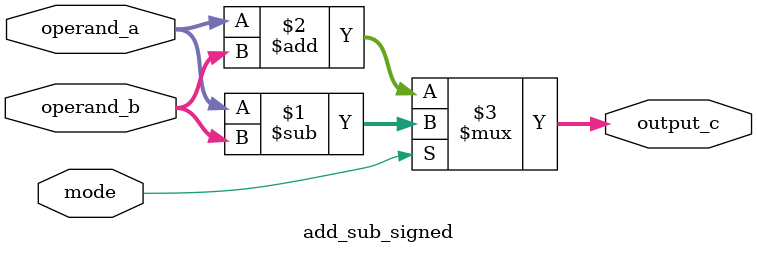
<source format=v>
`define ADD_SUB_DATA_WIDTH 64


module add_sub_signed(
    input wire mode, // mode 0 (add) mode 1 (sub)
    input wire signed [`ADD_SUB_DATA_WIDTH - 1:0] operand_a,
    input wire signed [`ADD_SUB_DATA_WIDTH - 1:0] operand_b,
    output wire signed [`ADD_SUB_DATA_WIDTH   :0] output_c
);
   
    assign output_c = (mode)? operand_a-operand_b:operand_a+operand_b;

endmodule

</source>
